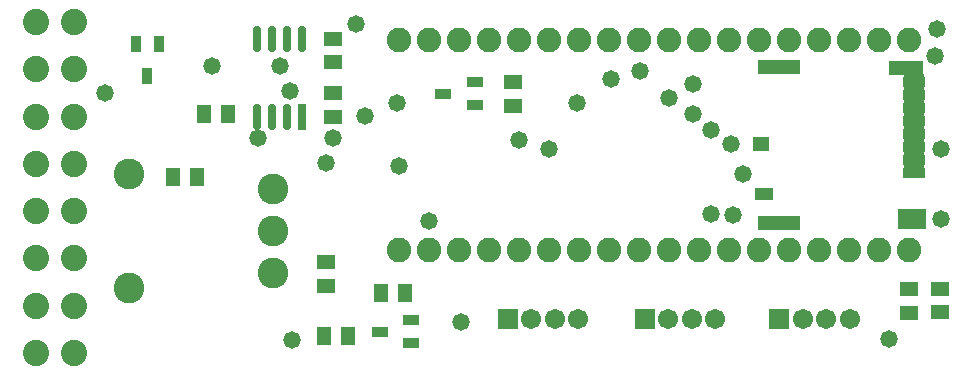
<source format=gbs>
G04*
G04 #@! TF.GenerationSoftware,Altium Limited,Altium Designer,18.1.7 (191)*
G04*
G04 Layer_Color=16711935*
%FSLAX25Y25*%
%MOIN*%
G70*
G01*
G75*
%ADD15R,0.05918X0.04737*%
%ADD18R,0.03359X0.05524*%
%ADD19R,0.02800X0.08800*%
%ADD20O,0.02800X0.08800*%
%ADD21R,0.04737X0.05918*%
%ADD23C,0.08200*%
%ADD24C,0.08750*%
%ADD25R,0.06706X0.06706*%
%ADD26C,0.06706*%
%ADD27C,0.10249*%
%ADD28C,0.05800*%
%ADD56R,0.07087X0.34646*%
%ADD57R,0.05524X0.03359*%
%ADD58R,0.13910X0.04737*%
%ADD59R,0.11824X0.04973*%
%ADD60R,0.09580X0.06863*%
%ADD61R,0.05446X0.04934*%
%ADD62R,0.06430X0.04343*%
%ADD63R,0.07493X0.03556*%
G36*
X300551Y-56398D02*
D01*
D02*
G37*
D15*
X165354Y-26378D02*
D03*
Y-34252D02*
D03*
X105118Y-11811D02*
D03*
Y-19685D02*
D03*
Y-29921D02*
D03*
Y-37795D02*
D03*
X297323Y-95276D02*
D03*
Y-103150D02*
D03*
X307480Y-103050D02*
D03*
Y-95175D02*
D03*
X102756Y-94095D02*
D03*
Y-86221D02*
D03*
D18*
X43307Y-24122D02*
D03*
X39567Y-13673D02*
D03*
X47047D02*
D03*
D19*
X94902Y-37803D02*
D03*
D20*
Y-11803D02*
D03*
X89902D02*
D03*
X84901D02*
D03*
X79901D02*
D03*
Y-37803D02*
D03*
X84901D02*
D03*
X89902D02*
D03*
D21*
X129134Y-96457D02*
D03*
X121260D02*
D03*
X110236Y-111024D02*
D03*
X102362D02*
D03*
X59842Y-57874D02*
D03*
X51968D02*
D03*
X70079Y-37008D02*
D03*
X62205D02*
D03*
D23*
X297323Y-12205D02*
D03*
X287323D02*
D03*
X277323D02*
D03*
X267323D02*
D03*
X257323D02*
D03*
X247323D02*
D03*
X237323D02*
D03*
X227323D02*
D03*
X217323D02*
D03*
X207323D02*
D03*
X197323D02*
D03*
X187323D02*
D03*
Y-82205D02*
D03*
X197323D02*
D03*
X207323D02*
D03*
X217323D02*
D03*
X227323D02*
D03*
X237323D02*
D03*
X247323D02*
D03*
X257323D02*
D03*
X267323D02*
D03*
X277323D02*
D03*
X287323D02*
D03*
X297323D02*
D03*
X177323Y-12205D02*
D03*
X167323D02*
D03*
X157323D02*
D03*
X147323D02*
D03*
X137323D02*
D03*
X127323D02*
D03*
Y-82205D02*
D03*
X137323D02*
D03*
X147323D02*
D03*
X157323D02*
D03*
X167323D02*
D03*
X177323D02*
D03*
D24*
X18898Y-6299D02*
D03*
Y-22047D02*
D03*
Y-37795D02*
D03*
Y-53543D02*
D03*
Y-69291D02*
D03*
Y-85039D02*
D03*
Y-100787D02*
D03*
Y-116535D02*
D03*
X6300Y-6299D02*
D03*
Y-22047D02*
D03*
Y-37795D02*
D03*
Y-53543D02*
D03*
Y-69291D02*
D03*
Y-85039D02*
D03*
Y-100787D02*
D03*
Y-116535D02*
D03*
D25*
X253937Y-105118D02*
D03*
X209055D02*
D03*
X163386D02*
D03*
D26*
X261811D02*
D03*
X269685D02*
D03*
X277559D02*
D03*
X224803D02*
D03*
X216929D02*
D03*
X232677D02*
D03*
X179134D02*
D03*
X171260D02*
D03*
X187008D02*
D03*
D27*
X85039Y-75827D02*
D03*
Y-89842D02*
D03*
Y-61811D02*
D03*
X37047Y-94823D02*
D03*
Y-56831D02*
D03*
D28*
X80039Y-44756D02*
D03*
X241732Y-56949D02*
D03*
X167323Y-45669D02*
D03*
X127165Y-54331D02*
D03*
X177323Y-48425D02*
D03*
X237795Y-46850D02*
D03*
X231102Y-42126D02*
D03*
X225197Y-37008D02*
D03*
X91494Y-112205D02*
D03*
X148031Y-106299D02*
D03*
X137323Y-72441D02*
D03*
X207480Y-22441D02*
D03*
X238583Y-70472D02*
D03*
X231350Y-70205D02*
D03*
X307874Y-48482D02*
D03*
X105118Y-44882D02*
D03*
X64862Y-20866D02*
D03*
X112992Y-6919D02*
D03*
X225197Y-26772D02*
D03*
X115882Y-37402D02*
D03*
X307874Y-71788D02*
D03*
X102756Y-53150D02*
D03*
X290551Y-111811D02*
D03*
X186614Y-33071D02*
D03*
X126378D02*
D03*
X197794Y-25353D02*
D03*
X217323Y-31496D02*
D03*
X305824Y-17405D02*
D03*
X90945Y-29134D02*
D03*
X87402Y-20866D02*
D03*
X29134Y-29921D02*
D03*
X306693Y-8662D02*
D03*
D56*
X298976Y-41043D02*
D03*
D57*
X131315Y-113189D02*
D03*
Y-105709D02*
D03*
X120866Y-109449D02*
D03*
X142020Y-30102D02*
D03*
X152469Y-26362D02*
D03*
Y-33843D02*
D03*
D58*
X253839Y-21122D02*
D03*
Y-73130D02*
D03*
D59*
X296220Y-21634D02*
D03*
D60*
X298130Y-71870D02*
D03*
D61*
X248031Y-46850D02*
D03*
D62*
X248721Y-63642D02*
D03*
D63*
X298976Y-26280D02*
D03*
Y-30610D02*
D03*
Y-34941D02*
D03*
Y-39272D02*
D03*
Y-43602D02*
D03*
Y-47933D02*
D03*
Y-52264D02*
D03*
Y-56595D02*
D03*
M02*

</source>
